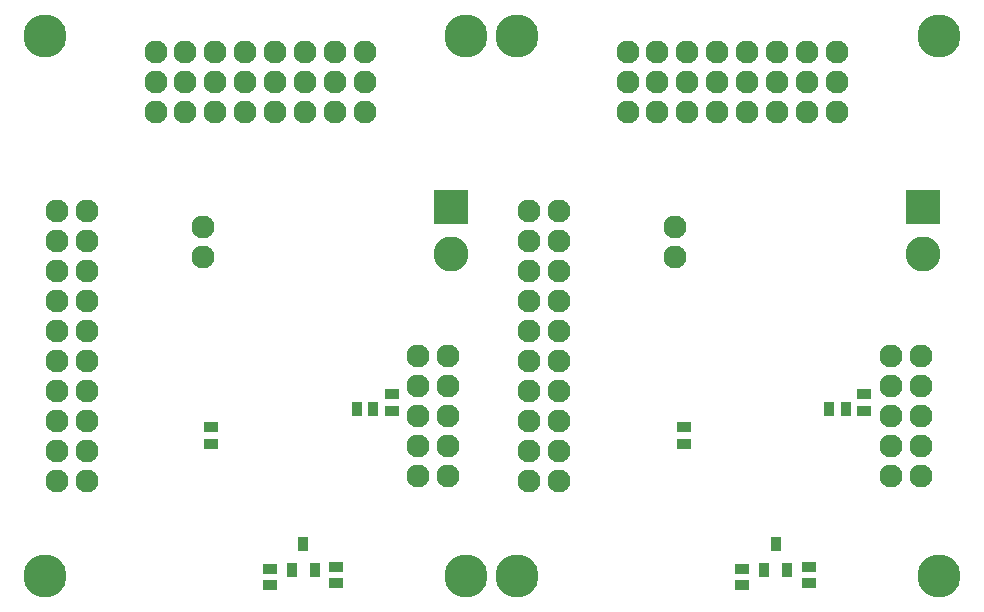
<source format=gbs>
G04 EasyPC Gerber Version 21.0.3 Build 4286 *
G04 #@! TF.Part,Single*
G04 #@! TF.FileFunction,Soldermask,Bot *
G04 #@! TF.FilePolarity,Negative *
%FSLAX45Y45*%
%MOIN*%
G04 #@! TA.AperFunction,SMDPad*
%ADD11R,0.03559X0.04937*%
%ADD115R,0.03559X0.05134*%
G04 #@! TA.AperFunction,ComponentPad*
%ADD101R,0.11630X0.11630*%
%ADD12C,0.07693*%
%ADD102C,0.11630*%
G04 #@! TA.AperFunction,WasherPad*
%ADD97C,0.14386*%
G04 #@! TA.AperFunction,SMDPad*
%ADD16R,0.04937X0.03559*%
X0Y0D02*
D02*
D11*
X135260Y76254D03*
X140811D03*
X292740D03*
X298291D03*
D02*
D12*
X35289Y52093D03*
Y62093D03*
Y72093D03*
Y82093D03*
Y92093D03*
Y102093D03*
Y112093D03*
Y122093D03*
Y132093D03*
Y142093D03*
X45289Y52093D03*
Y62093D03*
Y72093D03*
Y82093D03*
Y92093D03*
Y102093D03*
Y112093D03*
Y122093D03*
Y132093D03*
Y142093D03*
X68281Y175201D03*
Y185201D03*
Y195201D03*
X78065Y175201D03*
Y185201D03*
Y195201D03*
X83921Y126943D03*
Y136785D03*
X88065Y175188D03*
Y185188D03*
Y195188D03*
X98065Y175188D03*
Y185188D03*
Y195188D03*
X108065Y175201D03*
Y185201D03*
Y195201D03*
X118065Y175188D03*
Y185188D03*
Y195188D03*
X128065Y175188D03*
Y185188D03*
Y195188D03*
X138065Y175188D03*
Y185188D03*
Y195188D03*
X155789Y53950D03*
Y63950D03*
Y73950D03*
Y83950D03*
Y93950D03*
X165789Y53950D03*
Y63950D03*
Y73950D03*
Y83950D03*
Y93950D03*
X192770Y52093D03*
Y62093D03*
Y72093D03*
Y82093D03*
Y92093D03*
Y102093D03*
Y112093D03*
Y122093D03*
Y132093D03*
Y142093D03*
X202770Y52093D03*
Y62093D03*
Y72093D03*
Y82093D03*
Y92093D03*
Y102093D03*
Y112093D03*
Y122093D03*
Y132093D03*
Y142093D03*
X225762Y175201D03*
Y185201D03*
Y195201D03*
X235545Y175201D03*
Y185201D03*
Y195201D03*
X241402Y126943D03*
Y136785D03*
X245545Y175188D03*
Y185188D03*
Y195188D03*
X255545Y175188D03*
Y185188D03*
Y195188D03*
X265545Y175201D03*
Y185201D03*
Y195201D03*
X275545Y175188D03*
Y185188D03*
Y195188D03*
X285545Y175188D03*
Y185188D03*
Y195188D03*
X295545Y175188D03*
Y185188D03*
Y195188D03*
X313269Y53950D03*
Y63950D03*
Y73950D03*
Y83950D03*
Y93950D03*
X323269Y53950D03*
Y63950D03*
Y73950D03*
Y83950D03*
Y93950D03*
D02*
D16*
X86884Y64600D03*
Y70152D03*
X106352Y17474D03*
Y23026D03*
X128478Y18124D03*
Y23675D03*
X146972Y75703D03*
Y81254D03*
X244364Y64600D03*
Y70152D03*
X263833Y17474D03*
Y23026D03*
X285959Y18124D03*
Y23675D03*
X304453Y75703D03*
Y81254D03*
D02*
D97*
X31414Y20634D03*
Y200476D03*
X171904Y20634D03*
Y200476D03*
X188894Y20634D03*
Y200476D03*
X329384Y20634D03*
Y200476D03*
D02*
D101*
X166657Y143567D03*
X324138D03*
D02*
D102*
X166657Y127976D03*
X324138D03*
D02*
D115*
X113685Y22730D03*
X117465Y31392D03*
X121244Y22730D03*
X271165D03*
X274945Y31392D03*
X278724Y22730D03*
X0Y0D02*
M02*

</source>
